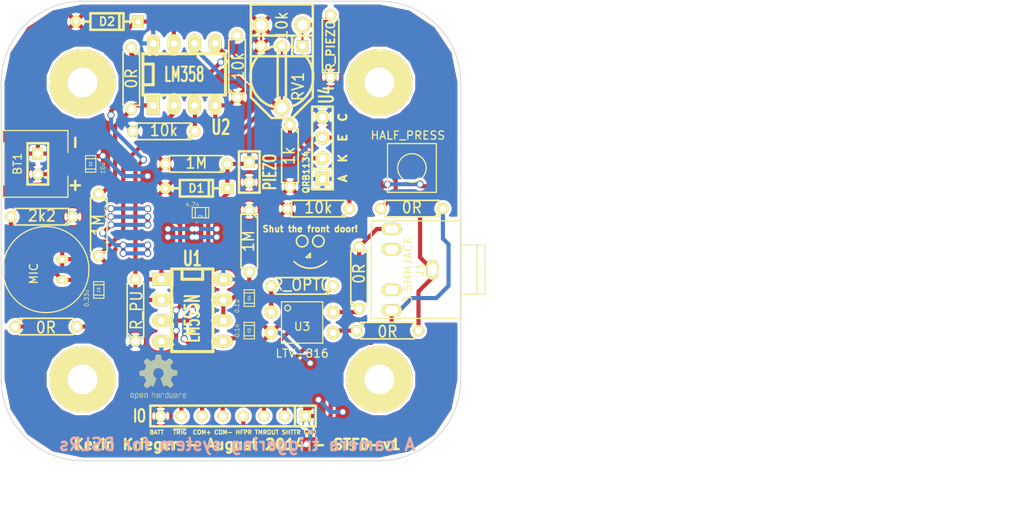
<source format=kicad_pcb>
(kicad_pcb (version 3) (host pcbnew "(2013-05-18 BZR 4017)-stable")
  (title_block (title STFD) (rev 1))
  (layers (15 F.Cu signal) (0 B.Cu signal) (18 B.Paste user) (19 F.Paste user) (20 B.SilkS user) (21 F.SilkS user) (22 B.Mask user) (23 F.Mask user) (28 Edge.Cuts user))
  (net 0 "")
  (net 1 +BATT)
  (net 2 /COMPARATOR+)
  (net 3 /COMPARATOR-)
  (net 4 /HALF_PRESS)
  (net 5 /SHUTTER_RELEASE)
  (net 6 /TIMER_OUT)
  (net 7 /~TRIGGER)
  (net 8 GND)
  (net 9 N-000001)
  (net 10 N-0000013)
  (net 11 N-0000014)
  (net 12 N-0000015)
  (net 13 N-0000016)
  (net 14 N-0000017)
  (net 15 N-0000019)
  (net 16 N-000002)
  (net 17 N-0000020)
  (net 18 N-0000021)
  (net 19 N-0000022)
  (net 20 N-000003)
  (net 21 N-000004)
  (net 22 N-000005)
  (module SIL-8 (layer F.Cu) (at 126.5 135.5 180)
    (fp_text reference P2 hide)
    (fp_text value IO (at 11.5 0 180) (layer F.SilkS) (effects (font (size 1.524 1.016) (thickness 0.254))))
    (pad 1 thru_hole rect (at -8.89 0 180) (size 1.397 1.397) (drill 0.8128) (layers *.Cu *.Mask F.SilkS) (net 8 GND))
    (pad 2 thru_hole circle (at -6.35 0 180) (size 1.397 1.397) (drill 0.8128) (layers *.Cu *.Mask F.SilkS) (net 5 /SHUTTER_RELEASE))
    (pad 3 thru_hole circle (at -3.81 0 180) (size 1.397 1.397) (drill 0.8128) (layers *.Cu *.Mask F.SilkS) (net 6 /TIMER_OUT))
    (pad 4 thru_hole circle (at -1.27 0 180) (size 1.397 1.397) (drill 0.8128) (layers *.Cu *.Mask F.SilkS) (net 4 /HALF_PRESS))
    (pad 5 thru_hole circle (at 1.27 0 180) (size 1.397 1.397) (drill 0.8128) (layers *.Cu *.Mask F.SilkS) (net 3 /COMPARATOR-))
    (pad 6 thru_hole circle (at 3.81 0 180) (size 1.397 1.397) (drill 0.8128) (layers *.Cu *.Mask F.SilkS) (net 2 /COMPARATOR+))
    (pad 7 thru_hole circle (at 6.35 0 180) (size 1.397 1.397) (drill 0.8128) (layers *.Cu *.Mask F.SilkS) (net 7 /~TRIGGER))
    (pad 8 thru_hole circle (at 8.89 0 180) (size 1.397 1.397) (drill 0.8128) (layers *.Cu *.Mask F.SilkS) (net 1 +BATT))
  )
  (module SIL-2 (layer F.Cu) (at 102.5 104.5 270)
    (fp_text reference P1 hide)
    (fp_text value BATT hide)
    (pad 1 thru_hole rect (at -1.27 0 270) (size 1.397 1.397) (drill 0.8128) (layers *.Cu *.Mask F.SilkS) (net 8 GND))
    (pad 2 thru_hole circle (at 1.27 0 270) (size 1.397 1.397) (drill 0.8128) (layers *.Cu *.Mask F.SilkS) (net 1 +BATT))
  )
  (module SIL-2 (layer F.Cu) (at 128.5 105.5 270)
    (fp_text reference X1 hide)
    (fp_text value PIEZO (at 0 -2.54 270) (layer F.SilkS) (effects (font (size 1.524 1.016) (thickness 0.254))))
    (pad 1 thru_hole rect (at -1.27 0 270) (size 1.397 1.397) (drill 0.8128) (layers *.Cu *.Mask F.SilkS) (net 3 /COMPARATOR-))
    (pad 2 thru_hole circle (at 1.27 0 270) (size 1.397 1.397) (drill 0.8128) (layers *.Cu *.Mask F.SilkS) (net 1 +BATT))
  )
  (module SCREW_6_32 (layer F.Cu) (at 108 131)
    (fp_text reference MP4 hide)
    (fp_text value SCREW-6-32 hide)
    (pad 1 thru_hole circle (at 0 0) (size 8.128 8.128) (drill 3.6576) (layers *.Cu *.Mask F.SilkS))
  )
  (module SCREW_6_32 (layer F.Cu) (at 144.5 131)
    (fp_text reference MP3 hide)
    (fp_text value SCREW-6-32 hide)
    (pad 1 thru_hole circle (at 0 0) (size 8.128 8.128) (drill 3.6576) (layers *.Cu *.Mask F.SilkS))
  )
  (module SCREW_6_32 (layer F.Cu) (at 108 94.5)
    (fp_text reference MP2 hide)
    (fp_text value SCREW-6-32 hide)
    (pad 1 thru_hole circle (at 0 0) (size 8.128 8.128) (drill 3.6576) (layers *.Cu *.Mask F.SilkS))
  )
  (module SCREW_6_32 (layer F.Cu) (at 144.5 94.5)
    (fp_text reference MP1 hide)
    (fp_text value SCREW-6-32 hide)
    (pad 1 thru_hole circle (at 0 0) (size 8.128 8.128) (drill 3.6576) (layers *.Cu *.Mask F.SilkS))
  )
  (module S2B-PH-SM4-TB (layer F.Cu) (at 105.5 104.5 90)
    (fp_text reference BT1 (at 0 -5.5 90) (layer F.SilkS))
    (fp_text value BATTERY hide)
    (pad 1 smd rect (at -1 0 90) (size 1 3.5) (layers F.Cu F.Paste F.Mask) (net 1 +BATT))
    (pad 2 smd rect (at 1 0 90) (size 1 3.5) (layers F.Cu F.Paste F.Mask) (net 8 GND))
    (pad "" smd rect (at -3.4 -5.55 90) (size 1.5 3.4) (layers F.Cu F.Paste F.Mask))
    (pad "" smd rect (at 3.4 -5.55 90) (size 1.5 3.4) (layers F.Cu F.Paste F.Mask))
  )
  (module RV2X4 (layer F.Cu) (at 132.5 92.5 270)
    (fp_text reference RV1 (at 2.5 -2 270) (layer F.SilkS) (effects (font (size 1.397 1.27) (thickness 0.2032))))
    (fp_text value 10k (at -5 0 270) (layer F.SilkS) (effects (font (size 1.397 1.27) (thickness 0.2032))))
    (pad 1 thru_hole circle (at -5.08 -2.54 270) (size 2.032 2.032) (drill 1.27) (layers *.Cu *.Mask F.SilkS) (net 14 N-0000017))
    (pad 2 thru_hole circle (at 5.08 0 270) (size 2.032 2.032) (drill 1.27) (layers *.Cu *.Mask F.SilkS) (net 2 /COMPARATOR+))
    (pad 3 thru_hole circle (at -5.08 2.54 270) (size 2.032 2.032) (drill 1.27) (layers *.Cu *.Mask F.SilkS) (net 8 GND))
  )
  (module R3 (layer F.Cu) (at 135 119.5 180)
    (fp_text reference R7 hide)
    (fp_text value R_OPTO (at 0 0.127 180) (layer F.SilkS) (effects (font (size 1.397 1.27) (thickness 0.2032))))
    (pad 1 thru_hole circle (at -3.81 0 180) (size 1.397 1.397) (drill 0.8128) (layers *.Cu *.Mask F.SilkS) (net 6 /TIMER_OUT))
    (pad 2 thru_hole circle (at 3.81 0 180) (size 1.397 1.397) (drill 0.8128) (layers *.Cu *.Mask F.SilkS) (net 22 N-000005))
  )
  (module R3 (layer F.Cu) (at 138.5 90 90)
    (fp_text reference R13 hide)
    (fp_text value R_PIEZO (at 0 0 90) (layer F.SilkS) (effects (font (size 1.016 1.016) (thickness 0.2032))))
    (pad 1 thru_hole circle (at -3.81 0 90) (size 1.397 1.397) (drill 0.8128) (layers *.Cu *.Mask F.SilkS) (net 1 +BATT))
    (pad 2 thru_hole circle (at 3.81 0 90) (size 1.397 1.397) (drill 0.8128) (layers *.Cu *.Mask F.SilkS) (net 14 N-0000017))
  )
  (module R3 (layer F.Cu) (at 148.5 110 180)
    (fp_text reference R12 hide)
    (fp_text value 0R (at 0 0.127 180) (layer F.SilkS) (effects (font (size 1.397 1.27) (thickness 0.2032))))
    (pad 1 thru_hole circle (at -3.81 0 180) (size 1.397 1.397) (drill 0.8128) (layers *.Cu *.Mask F.SilkS) (net 4 /HALF_PRESS))
    (pad 2 thru_hole circle (at 3.81 0 180) (size 1.397 1.397) (drill 0.8128) (layers *.Cu *.Mask F.SilkS) (net 15 N-0000019))
  )
  (module R3 (layer F.Cu) (at 142 118.5 90)
    (fp_text reference R10 hide)
    (fp_text value 0R (at 0.5 0 90) (layer F.SilkS) (effects (font (size 1.397 1.27) (thickness 0.2032))))
    (pad 1 thru_hole circle (at -3.81 0 90) (size 1.397 1.397) (drill 0.8128) (layers *.Cu *.Mask F.SilkS) (net 17 N-0000020))
    (pad 2 thru_hole circle (at 3.81 0 90) (size 1.397 1.397) (drill 0.8128) (layers *.Cu *.Mask F.SilkS) (net 5 /SHUTTER_RELEASE))
  )
  (module R3 (layer F.Cu) (at 145.5 125)
    (fp_text reference R11 hide)
    (fp_text value 0R (at 0 0.127) (layer F.SilkS) (effects (font (size 1.397 1.27) (thickness 0.2032))))
    (pad 1 thru_hole circle (at -3.81 0) (size 1.397 1.397) (drill 0.8128) (layers *.Cu *.Mask F.SilkS) (net 18 N-0000021))
    (pad 2 thru_hole circle (at 3.81 0) (size 1.397 1.397) (drill 0.8128) (layers *.Cu *.Mask F.SilkS) (net 19 N-0000022))
  )
  (module R3 (layer F.Cu) (at 122 104.5 180)
    (fp_text reference R14 hide)
    (fp_text value 1M (at 0 0.127 180) (layer F.SilkS) (effects (font (size 1.397 1.27) (thickness 0.2032))))
    (pad 1 thru_hole circle (at -3.81 0 180) (size 1.397 1.397) (drill 0.8128) (layers *.Cu *.Mask F.SilkS) (net 3 /COMPARATOR-))
    (pad 2 thru_hole circle (at 3.81 0 180) (size 1.397 1.397) (drill 0.8128) (layers *.Cu *.Mask F.SilkS) (net 8 GND))
  )
  (module R3 (layer F.Cu) (at 128.5 114 270)
    (fp_text reference R4 hide)
    (fp_text value 1M (at 0 0.127 270) (layer F.SilkS) (effects (font (size 1.397 1.27) (thickness 0.2032))))
    (pad 1 thru_hole circle (at -3.81 0 270) (size 1.397 1.397) (drill 0.8128) (layers *.Cu *.Mask F.SilkS) (net 1 +BATT))
    (pad 2 thru_hole circle (at 3.81 0 270) (size 1.397 1.397) (drill 0.8128) (layers *.Cu *.Mask F.SilkS) (net 20 N-000003))
  )
  (module R3 (layer F.Cu) (at 114.5 122.5 90)
    (fp_text reference R1 hide)
    (fp_text value R_PU (at 0 0.127 90) (layer F.SilkS) (effects (font (size 1.397 1.27) (thickness 0.2032))))
    (pad 1 thru_hole circle (at -3.81 0 90) (size 1.397 1.397) (drill 0.8128) (layers *.Cu *.Mask F.SilkS) (net 1 +BATT))
    (pad 2 thru_hole circle (at 3.81 0 90) (size 1.397 1.397) (drill 0.8128) (layers *.Cu *.Mask F.SilkS) (net 7 /~TRIGGER))
  )
  (module R3 (layer F.Cu) (at 114 94 270)
    (fp_text reference R9 hide)
    (fp_text value 0R (at 0 0 270) (layer F.SilkS) (effects (font (size 1.397 1.27) (thickness 0.2032))))
    (pad 1 thru_hole circle (at -3.81 0 270) (size 1.397 1.397) (drill 0.8128) (layers *.Cu *.Mask F.SilkS) (net 3 /COMPARATOR-))
    (pad 2 thru_hole circle (at 3.81 0 270) (size 1.397 1.397) (drill 0.8128) (layers *.Cu *.Mask F.SilkS) (net 16 N-000002))
  )
  (module R3 (layer F.Cu) (at 127 92.5 90)
    (fp_text reference R6 hide)
    (fp_text value 10k (at 0 0.127 90) (layer F.SilkS) (effects (font (size 1.397 1.27) (thickness 0.2032))))
    (pad 1 thru_hole circle (at -3.81 0 90) (size 1.397 1.397) (drill 0.8128) (layers *.Cu *.Mask F.SilkS) (net 8 GND))
    (pad 2 thru_hole circle (at 3.81 0 90) (size 1.397 1.397) (drill 0.8128) (layers *.Cu *.Mask F.SilkS) (net 9 N-000001))
  )
  (module R3 (layer F.Cu) (at 118 100.5 180)
    (fp_text reference R5 hide)
    (fp_text value 10k (at 0 0.127 180) (layer F.SilkS) (effects (font (size 1.397 1.27) (thickness 0.2032))))
    (pad 1 thru_hole circle (at -3.81 0 180) (size 1.397 1.397) (drill 0.8128) (layers *.Cu *.Mask F.SilkS) (net 9 N-000001))
    (pad 2 thru_hole circle (at 3.81 0 180) (size 1.397 1.397) (drill 0.8128) (layers *.Cu *.Mask F.SilkS) (net 1 +BATT))
  )
  (module R3 (layer F.Cu) (at 110 112 270)
    (fp_text reference R8 hide)
    (fp_text value 1M (at 0 0.127 270) (layer F.SilkS) (effects (font (size 1.397 1.27) (thickness 0.2032))))
    (pad 1 thru_hole circle (at -3.81 0 270) (size 1.397 1.397) (drill 0.8128) (layers *.Cu *.Mask F.SilkS) (net 16 N-000002))
    (pad 2 thru_hole circle (at 3.81 0 270) (size 1.397 1.397) (drill 0.8128) (layers *.Cu *.Mask F.SilkS) (net 10 N-0000013))
  )
  (module R3 (layer F.Cu) (at 103.5 124.5)
    (fp_text reference R3 hide)
    (fp_text value 0R (at 0 0.127) (layer F.SilkS) (effects (font (size 1.397 1.27) (thickness 0.2032))))
    (pad 1 thru_hole circle (at -3.81 0) (size 1.397 1.397) (drill 0.8128) (layers *.Cu *.Mask F.SilkS) (net 11 N-0000014))
    (pad 2 thru_hole circle (at 3.81 0) (size 1.397 1.397) (drill 0.8128) (layers *.Cu *.Mask F.SilkS) (net 10 N-0000013))
  )
  (module R3 (layer F.Cu) (at 133.5 103.5 270)
    (fp_text reference R15 hide)
    (fp_text value 1k (at 0 0.127 270) (layer F.SilkS) (effects (font (size 1.397 1.27) (thickness 0.2032))))
    (pad 1 thru_hole circle (at -3.81 0 270) (size 1.397 1.397) (drill 0.8128) (layers *.Cu *.Mask F.SilkS) (net 13 N-0000016))
    (pad 2 thru_hole circle (at 3.81 0 270) (size 1.397 1.397) (drill 0.8128) (layers *.Cu *.Mask F.SilkS) (net 8 GND))
  )
  (module R3 (layer F.Cu) (at 103 111 180)
    (fp_text reference R2 hide)
    (fp_text value 2k2 (at 0 0.127 180) (layer F.SilkS) (effects (font (size 1.397 1.27) (thickness 0.2032))))
    (pad 1 thru_hole circle (at -3.81 0 180) (size 1.397 1.397) (drill 0.8128) (layers *.Cu *.Mask F.SilkS) (net 1 +BATT))
    (pad 2 thru_hole circle (at 3.81 0 180) (size 1.397 1.397) (drill 0.8128) (layers *.Cu *.Mask F.SilkS) (net 12 N-0000015))
  )
  (module R3 (layer F.Cu) (at 137 110 180)
    (fp_text reference R16 hide)
    (fp_text value 10k (at 0 0.127 180) (layer F.SilkS) (effects (font (size 1.397 1.27) (thickness 0.2032))))
    (pad 1 thru_hole circle (at -3.81 0 180) (size 1.397 1.397) (drill 0.8128) (layers *.Cu *.Mask F.SilkS) (net 3 /COMPARATOR-))
    (pad 2 thru_hole circle (at 3.81 0 180) (size 1.397 1.397) (drill 0.8128) (layers *.Cu *.Mask F.SilkS) (net 8 GND))
  )
  (module HEADER-4x0.1inch (layer F.Cu) (at 137.5 100 90)
    (fp_text reference U4 (at 4 0.5 90) (layer F.SilkS) (effects (font (size 1.72974 1.08712) (thickness 0.3048))))
    (fp_text value QRB1134 (at -5.5 -2 90) (layer F.SilkS) (effects (font (size 0.762 0.762) (thickness 0.1905))))
    (pad 1 thru_hole rect (at -6.35 0 90) (size 1.7526 1.7526) (drill 0.889) (layers *.Cu *.Mask F.SilkS) (net 1 +BATT))
    (pad 2 thru_hole circle (at -3.81 0 90) (size 1.7526 1.7526) (drill 0.889) (layers *.Cu *.Mask F.SilkS) (net 13 N-0000016))
    (pad 3 thru_hole circle (at -1.27 0 90) (size 1.7526 1.7526) (drill 0.889) (layers *.Cu *.Mask F.SilkS) (net 3 /COMPARATOR-))
    (pad 4 thru_hole circle (at 1.27 0 90) (size 1.7526 1.7526) (drill 0.889) (layers *.Cu *.Mask F.SilkS) (net 1 +BATT))
  )
  (module FSM4JSMA_pushbutton (layer F.Cu) (at 148.5 105 270)
    (fp_text reference SW1 hide)
    (fp_text value HALF_PRESS (at -4 0.5 360) (layer F.SilkS))
    (pad 1 smd rect (at 2.25 -4.55 270) (size 1.4 2.1) (layers F.Cu F.Paste F.Mask) (net 19 N-0000022))
    (pad 1 smd rect (at 2.25 4.55 270) (size 1.4 2.1) (layers F.Cu F.Paste F.Mask) (net 19 N-0000022))
    (pad 2 smd rect (at -2.25 -4.55 270) (size 1.4 2.1) (layers F.Cu F.Paste F.Mask) (net 15 N-0000019))
    (pad 2 smd rect (at -2.25 4.55 270) (size 1.4 2.1) (layers F.Cu F.Paste F.Mask) (net 15 N-0000019))
  )
  (module DO-35 (layer F.Cu) (at 122 107.5)
    (fp_text reference D1 (at 0 0) (layer F.SilkS) (effects (font (size 1.016 1.016) (thickness 0.2032))))
    (fp_text value 4.7V hide)
    (pad 2 thru_hole rect (at 3.81 0) (size 1.4224 1.4224) (drill 0.6096) (layers *.Cu *.Mask F.SilkS) (net 3 /COMPARATOR-))
    (pad 1 thru_hole circle (at -3.81 0) (size 1.4224 1.4224) (drill 0.6096) (layers *.Cu *.Mask F.SilkS) (net 8 GND))
  )
  (module DO-35 (layer F.Cu) (at 111 87)
    (fp_text reference D2 (at 0 0) (layer F.SilkS) (effects (font (size 1.016 1.016) (thickness 0.2032))))
    (fp_text value 3.3V hide)
    (pad 2 thru_hole rect (at 3.81 0) (size 1.4224 1.4224) (drill 0.6096) (layers *.Cu *.Mask F.SilkS) (net 7 /~TRIGGER))
    (pad 1 thru_hole circle (at -3.81 0) (size 1.4224 1.4224) (drill 0.6096) (layers *.Cu *.Mask F.SilkS) (net 8 GND))
  )
  (module DIP_4 (layer F.Cu) (at 135 124)
    (fp_text reference U3 (at 0 0.5) (layer F.SilkS))
    (fp_text value LTV-816 (at 0 3.81) (layer F.SilkS))
    (pad 1 thru_hole circle (at -3.81 -1.27) (size 1.651 1.651) (drill 0.8128) (layers *.Cu *.Mask F.SilkS) (net 22 N-000005))
    (pad 2 thru_hole circle (at -3.81 1.27) (size 1.651 1.651) (drill 0.8128) (layers *.Cu *.Mask F.SilkS) (net 8 GND))
    (pad 3 thru_hole circle (at 3.81 1.27) (size 1.651 1.651) (drill 0.8128) (layers *.Cu *.Mask F.SilkS) (net 18 N-0000021))
    (pad 4 thru_hole circle (at 3.81 -1.27) (size 1.651 1.651) (drill 0.8128) (layers *.Cu *.Mask F.SilkS) (net 17 N-0000020))
  )
  (module DIP-8__300_ELL (layer F.Cu) (at 120.5 93.5)
    (fp_text reference U2 (at 4.5 6.5) (layer F.SilkS) (effects (font (size 1.778 1.143) (thickness 0.28575))))
    (fp_text value LM358 (at 0 0) (layer F.SilkS) (effects (font (size 1.778 1.016) (thickness 0.3048))))
    (pad 1 thru_hole rect (at -3.81 3.81) (size 1.5748 2.286) (drill 0.8128) (layers *.Cu *.Mask F.SilkS) (net 16 N-000002))
    (pad 2 thru_hole oval (at -1.27 3.81) (size 1.5748 2.286) (drill 0.8128) (layers *.Cu *.Mask F.SilkS) (net 10 N-0000013))
    (pad 3 thru_hole oval (at 1.27 3.81) (size 1.5748 2.286) (drill 0.8128) (layers *.Cu *.Mask F.SilkS) (net 9 N-000001))
    (pad 4 thru_hole oval (at 3.81 3.81) (size 1.5748 2.286) (drill 0.8128) (layers *.Cu *.Mask F.SilkS) (net 8 GND))
    (pad 5 thru_hole oval (at 3.81 -3.81) (size 1.5748 2.286) (drill 0.8128) (layers *.Cu *.Mask F.SilkS) (net 2 /COMPARATOR+))
    (pad 6 thru_hole oval (at 1.27 -3.81) (size 1.5748 2.286) (drill 0.8128) (layers *.Cu *.Mask F.SilkS) (net 3 /COMPARATOR-))
    (pad 7 thru_hole oval (at -1.27 -3.81) (size 1.5748 2.286) (drill 0.8128) (layers *.Cu *.Mask F.SilkS) (net 7 /~TRIGGER))
    (pad 8 thru_hole oval (at -3.81 -3.81) (size 1.5748 2.286) (drill 0.8128) (layers *.Cu *.Mask F.SilkS) (net 1 +BATT))
  )
  (module DIP-8__300_ELL (layer F.Cu) (at 121.5 122.5 270)
    (fp_text reference U1 (at -6.35 0 360) (layer F.SilkS) (effects (font (size 1.778 1.143) (thickness 0.3048))))
    (fp_text value LM555N (at 1 0 270) (layer F.SilkS) (effects (font (size 1.778 1.016) (thickness 0.3048))))
    (pad 1 thru_hole rect (at -3.81 3.81 270) (size 1.5748 2.286) (drill 0.8128) (layers *.Cu *.Mask F.SilkS) (net 8 GND))
    (pad 2 thru_hole oval (at -1.27 3.81 270) (size 1.5748 2.286) (drill 0.8128) (layers *.Cu *.Mask F.SilkS) (net 7 /~TRIGGER))
    (pad 3 thru_hole oval (at 1.27 3.81 270) (size 1.5748 2.286) (drill 0.8128) (layers *.Cu *.Mask F.SilkS) (net 6 /TIMER_OUT))
    (pad 4 thru_hole oval (at 3.81 3.81 270) (size 1.5748 2.286) (drill 0.8128) (layers *.Cu *.Mask F.SilkS) (net 1 +BATT))
    (pad 5 thru_hole oval (at 3.81 -3.81 270) (size 1.5748 2.286) (drill 0.8128) (layers *.Cu *.Mask F.SilkS) (net 21 N-000004))
    (pad 6 thru_hole oval (at 1.27 -3.81 270) (size 1.5748 2.286) (drill 0.8128) (layers *.Cu *.Mask F.SilkS) (net 20 N-000003))
    (pad 7 thru_hole oval (at -1.27 -3.81 270) (size 1.5748 2.286) (drill 0.8128) (layers *.Cu *.Mask F.SilkS) (net 20 N-000003))
    (pad 8 thru_hole oval (at -3.81 -3.81 270) (size 1.5748 2.286) (drill 0.8128) (layers *.Cu *.Mask F.SilkS) (net 1 +BATT))
  )
  (module CMA_4544PF_W (layer F.Cu) (at 105.5 117.5 90)
    (fp_text reference MIC1 hide)
    (fp_text value MIC (at -0.5 -3.5 90) (layer F.SilkS))
    (pad 1 thru_hole oval (at -1.27 0 90) (size 1 1.5) (drill 0.55) (layers *.Cu *.Mask F.SilkS) (net 12 N-0000015))
    (pad 2 thru_hole oval (at 1.27 0 90) (size 1 1.5) (drill 0.55) (layers *.Cu *.Mask F.SilkS) (net 8 GND))
  )
  (module c_0805 (layer F.Cu) (at 128.5 121 90)
    (fp_text reference C4 (at 0 0 90) (layer F.SilkS) (effects (font (size 0.29972 0.29972) (thickness 0.06096))))
    (fp_text value 0.1u (at -1 -1.5 90) (layer F.SilkS) (effects (font (size 0.508 0.508) (thickness 0.06096))))
    (pad 1 smd rect (at 0.9525 0 90) (size 1.30048 1.4986) (layers F.Cu F.Paste F.Mask) (net 20 N-000003))
    (pad 2 smd rect (at -0.9525 0 90) (size 1.30048 1.4986) (layers F.Cu F.Paste F.Mask) (net 8 GND))
  )
  (module c_0805 (layer F.Cu) (at 128.5 125 270)
    (fp_text reference C2 (at 0 0 270) (layer F.SilkS) (effects (font (size 0.29972 0.29972) (thickness 0.06096))))
    (fp_text value 0.1n (at 0 1.5 270) (layer F.SilkS) (effects (font (size 0.508 0.508) (thickness 0.06096))))
    (pad 1 smd rect (at 0.9525 0 270) (size 1.30048 1.4986) (layers F.Cu F.Paste F.Mask) (net 21 N-000004))
    (pad 2 smd rect (at -0.9525 0 270) (size 1.30048 1.4986) (layers F.Cu F.Paste F.Mask) (net 8 GND))
  )
  (module c_0805 (layer F.Cu) (at 122.5 110.5)
    (fp_text reference C5 (at 0 0.5) (layer F.SilkS) (effects (font (size 0.29972 0.29972) (thickness 0.06096))))
    (fp_text value 4.7n (at -1 -1) (layer F.SilkS) (effects (font (size 0.508 0.508) (thickness 0.06096))))
    (pad 1 smd rect (at 0.9525 0) (size 1.30048 1.4986) (layers F.Cu F.Paste F.Mask) (net 3 /COMPARATOR-))
    (pad 2 smd rect (at -0.9525 0) (size 1.30048 1.4986) (layers F.Cu F.Paste F.Mask) (net 8 GND))
  )
  (module c_0805 (layer F.Cu) (at 109 104.5 90)
    (fp_text reference C1 (at 0 0 90) (layer F.SilkS) (effects (font (size 0.29972 0.29972) (thickness 0.06096))))
    (fp_text value 10u (at -0.5 1.5 90) (layer F.SilkS) (effects (font (size 0.508 0.508) (thickness 0.06096))))
    (pad 1 smd rect (at 0.9525 0 90) (size 1.30048 1.4986) (layers F.Cu F.Paste F.Mask) (net 8 GND))
    (pad 2 smd rect (at -0.9525 0 90) (size 1.30048 1.4986) (layers F.Cu F.Paste F.Mask) (net 1 +BATT))
  )
  (module c_0805 (layer F.Cu) (at 110 120 90)
    (fp_text reference C3 (at 0 0 90) (layer F.SilkS) (effects (font (size 0.29972 0.29972) (thickness 0.06096))))
    (fp_text value 0.33u (at -1 -1.5 90) (layer F.SilkS) (effects (font (size 0.508 0.508) (thickness 0.06096))))
    (pad 1 smd rect (at 0.9525 0 90) (size 1.30048 1.4986) (layers F.Cu F.Paste F.Mask) (net 12 N-0000015))
    (pad 2 smd rect (at -0.9525 0 90) (size 1.30048 1.4986) (layers F.Cu F.Paste F.Mask) (net 11 N-0000014))
  )
  (module 3.5mmJack_Sparkfun (layer F.Cu) (at 149 117.5 270)
    (fp_text reference J1 (at 0 -0.5 270) (layer F.SilkS))
    (fp_text value 3.5MMJACK (at 0 1 270) (layer F.SilkS))
    (pad 1 thru_hole oval (at 0 -2 270) (size 2.5 1.5) (drill oval 1.6 1) (layers *.Cu *.Mask F.SilkS) (net 19 N-0000022))
    (pad 2 thru_hole oval (at 5 3 270) (size 1.5 2.5) (drill oval 1 1.6) (layers *.Cu *.Mask F.SilkS) (net 4 /HALF_PRESS))
    (pad 3 thru_hole oval (at 2.5 3 270) (size 1.5 2.5) (drill oval 1 1.6) (layers *.Cu *.Mask F.SilkS))
    (pad 4 thru_hole oval (at -2.5 3 270) (size 1.5 2.5) (drill oval 1 1.6) (layers *.Cu *.Mask F.SilkS))
    (pad 5 thru_hole oval (at -5 3 270) (size 1.5 2.5) (drill oval 1 1.6) (layers *.Cu *.Mask F.SilkS) (net 5 /SHUTTER_RELEASE))
    (pad "" np_thru_hole circle (at 5 -4.5 270) (size 1.2 1.2) (drill 1.2) (layers *.Cu *.Mask F.SilkS))
    (pad "" np_thru_hole circle (at 5 -2 270) (size 1.2 1.2) (drill 1.2) (layers *.Cu *.Mask F.SilkS))
    (pad "" np_thru_hole circle (at -5 -4.5 270) (size 1.2 1.2) (drill 1.2) (layers *.Cu *.Mask F.SilkS))
    (pad "" np_thru_hole circle (at -5 -2 270) (size 1.2 1.2) (drill 1.2) (layers *.Cu *.Mask F.SilkS))
    (pad 4 np_thru_hole circle (at 0 3 270) (size 1.2 1.2) (drill 1.2) (layers *.Cu *.Mask F.SilkS))
  )
  (module SIL-3 (layer F.Cu) (at 132.5 90 180)
    (fp_text reference K1 hide)
    (fp_text value CONN_3 hide)
    (pad 1 thru_hole rect (at -2.54 0 180) (size 1.397 1.397) (drill 0.8128) (layers *.Cu *.Mask F.SilkS) (net 14 N-0000017))
    (pad 2 thru_hole circle (at 0 0 180) (size 1.397 1.397) (drill 0.8128) (layers *.Cu *.Mask F.SilkS) (net 2 /COMPARATOR+))
    (pad 3 thru_hole circle (at 2.54 0 180) (size 1.397 1.397) (drill 0.8128) (layers *.Cu *.Mask F.SilkS) (net 8 GND))
  )
  (module OSHWLOGO0.3IN (layer F.Cu) (at 113.5 127)
    (fp_text reference G*** hide)
    (fp_text value LOGO hide)
  )
  (gr_text "A camera triggering system for DSLRs" (at 127 139) (layer B.SilkS) (effects (font (size 1.5 1.5) (thickness 0.3)) (justify mirror)))
  (gr_line (start 136 116) (end 135.5 116) (angle 90) (layer F.SilkS) (width 0.2))
  (gr_line (start 136 115.5) (end 136 116) (angle 90) (layer F.SilkS) (width 0.2))
  (gr_line (start 135.5 116) (end 136 115.5) (angle 90) (layer F.SilkS) (width 0.2))
  (gr_circle (center 137 114) (end 137.5 114.5) (layer F.SilkS) (width 0.2))
  (gr_circle (center 135 114) (end 135.5 114.5) (layer F.SilkS) (width 0.2))
  (gr_arc (start 136 114.5) (end 138 116.5) (angle 90) (layer F.SilkS) (width 0.2))
  (gr_text "Shut the front door!" (at 136 112.5) (layer F.SilkS) (effects (font (size 0.762 0.762) (thickness 0.1905))))
  (gr_text "Kevin Krieger - August 2014 - STFD-v1" (at 127 139) (layer F.SilkS) (effects (font (size 1.27 1.27) (thickness 0.3))))
  (gr_text "+   -" (at 107 104.5 90) (layer F.SilkS) (effects (font (size 1.5 1.5) (thickness 0.3))))
  (gr_text "A  K  E  C" (at 140 102.5 90) (layer F.SilkS) (effects (font (size 1.016 1.016) (thickness 0.254))))
  (gr_text "BATT   ~TRIG~  COM+ COM- HFPR TMROUT SHTTR GND" (at 126.5 137.5) (layer F.SilkS) (effects (font (size 0.508 0.508) (thickness 0.127))))
  (gr_line (start 145 141) (end 108 141) (angle 90) (layer Edge.Cuts) (width 0.1))
  (gr_line (start 154.5 94.5) (end 154.5 131.5) (angle 90) (layer Edge.Cuts) (width 0.1))
  (gr_line (start 107.5 84.5) (end 144.5 84.5) (angle 90) (layer Edge.Cuts) (width 0.1))
  (gr_line (start 98 131.5) (end 98 94.5) (angle 90) (layer Edge.Cuts) (width 0.1))
  (gr_arc (start 108 131) (end 108 141) (angle 90) (layer Edge.Cuts) (width 0.1))
  (gr_arc (start 144.5 131) (end 154.5 131) (angle 90) (layer Edge.Cuts) (width 0.1))
  (gr_arc (start 144.5 94.5) (end 144.5 84.5) (angle 90) (layer Edge.Cuts) (width 0.1))
  (gr_arc (start 108 94.5) (end 98 94.5) (angle 90) (layer Edge.Cuts) (width 0.1))
  (segment (start 111 111) (end 111.5 111) (width 0.508) (layer F.Cu) (net 0))
  (segment (start 112 114.5) (end 113 114.5) (width 0.508) (layer B.Cu) (net 0))
  (segment (start 110.5 113) (end 112 114.5) (width 0.508) (layer B.Cu) (net 0))
  (via (at 110.5 113) (size 0.889) (layers F.Cu B.Cu) (net 0))
  (segment (start 111.5 112) (end 110.5 113) (width 0.508) (layer F.Cu) (net 0))
  (via (at 111.5 112) (size 0.889) (layers F.Cu B.Cu) (net 0))
  (segment (start 116 112) (end 111.5 112) (width 0.508) (layer B.Cu) (net 0))
  (via (at 116 112) (size 0.889) (layers F.Cu B.Cu) (net 0))
  (segment (start 116 111) (end 116 112) (width 0.508) (layer F.Cu) (net 0))
  (via (at 116 111) (size 0.889) (layers F.Cu B.Cu) (net 0))
  (segment (start 111.5 111) (end 116 111) (width 0.508) (layer B.Cu) (net 0))
  (via (at 111.5 111) (size 0.889) (layers F.Cu B.Cu) (net 0))
  (via (at 113 114.5) (size 0.889) (layers F.Cu B.Cu) (net 0))
  (segment (start 113 114.5) (end 113 115.5) (width 0.508) (layer F.Cu) (net 0))
  (via (at 113 115.5) (size 0.889) (layers F.Cu B.Cu) (net 0))
  (segment (start 113 115.5) (end 116 115.5) (width 0.508) (layer B.Cu) (net 0))
  (via (at 116 115.5) (size 0.889) (layers F.Cu B.Cu) (net 0))
  (segment (start 116 115.5) (end 116 114.5) (width 0.508) (layer F.Cu) (net 0))
  (via (at 116 114.5) (size 0.889) (layers F.Cu B.Cu) (net 0))
  (segment (start 116 114.5) (end 113 114.5) (width 0.508) (layer B.Cu) (net 0))
  (segment (start 111 110) (end 111.5 110) (width 0.508) (layer F.Cu) (net 0))
  (via (at 116 110) (size 0.889) (layers F.Cu B.Cu) (net 0))
  (segment (start 111.5 110) (end 116 110) (width 0.508) (layer B.Cu) (net 0))
  (via (at 111.5 110) (size 0.889) (layers F.Cu B.Cu) (net 0))
  (segment (start 105.5 105.5) (end 108.9525 105.5) (width 0.508) (layer F.Cu) (net 1))
  (segment (start 108.9525 105.5) (end 109 105.4525) (width 0.508) (layer F.Cu) (net 1))
  (segment (start 102.5 105.77) (end 105.23 105.77) (width 0.508) (layer F.Cu) (net 1))
  (segment (start 105.23 105.77) (end 105.5 105.5) (width 0.508) (layer F.Cu) (net 1))
  (segment (start 132.5 90) (end 132.5 97.58) (width 0.254) (layer F.Cu) (net 2))
  (segment (start 122.69 135.5) (end 122.69 129.69) (width 0.508) (layer F.Cu) (net 2))
  (segment (start 130.42 97.58) (end 132.5 97.58) (width 0.508) (layer F.Cu) (net 2))
  (segment (start 124.5 103.5) (end 130.42 97.58) (width 0.508) (layer F.Cu) (net 2))
  (segment (start 124.5 104.5) (end 124.5 103.5) (width 0.508) (layer F.Cu) (net 2))
  (segment (start 119.5 109.5) (end 124.5 104.5) (width 0.508) (layer F.Cu) (net 2))
  (segment (start 119.5 111.5) (end 119.5 109.5) (width 0.508) (layer F.Cu) (net 2))
  (segment (start 120 112) (end 119.5 111.5) (width 0.508) (layer F.Cu) (net 2))
  (segment (start 120 122) (end 120 112) (width 0.508) (layer F.Cu) (net 2))
  (segment (start 119.5 122.5) (end 120 122) (width 0.508) (layer F.Cu) (net 2))
  (via (at 119.5 122.5) (size 0.889) (layers F.Cu B.Cu) (net 2))
  (segment (start 119.5 125) (end 119.5 122.5) (width 0.508) (layer B.Cu) (net 2))
  (via (at 119.5 125) (size 0.889) (layers F.Cu B.Cu) (net 2))
  (segment (start 119.5 126.5) (end 119.5 125) (width 0.508) (layer F.Cu) (net 2))
  (segment (start 122.69 129.69) (end 119.5 126.5) (width 0.508) (layer F.Cu) (net 2))
  (segment (start 124.31 89.69) (end 124.31 89.81) (width 0.508) (layer F.Cu) (net 2))
  (segment (start 132.08 97.58) (end 132.5 97.58) (width 0.508) (layer F.Cu) (net 2))
  (segment (start 124.31 89.81) (end 132.08 97.58) (width 0.508) (layer F.Cu) (net 2))
  (segment (start 125.81 107.5) (end 125.81 104.5) (width 0.508) (layer F.Cu) (net 3))
  (segment (start 123.4525 110.5) (end 123.4525 114.5475) (width 0.508) (layer F.Cu) (net 3))
  (segment (start 125.23 130.73) (end 125.23 135.5) (width 0.508) (layer F.Cu) (net 3))
  (segment (start 120.5 126) (end 125.23 130.73) (width 0.508) (layer F.Cu) (net 3))
  (via (at 120.5 126) (size 0.889) (layers F.Cu B.Cu) (net 3))
  (segment (start 120.5 123.5) (end 120.5 126) (width 0.508) (layer B.Cu) (net 3))
  (segment (start 121.5 122.5) (end 120.5 123.5) (width 0.508) (layer B.Cu) (net 3))
  (via (at 121.5 122.5) (size 0.889) (layers F.Cu B.Cu) (net 3))
  (segment (start 121.5 116.5) (end 121.5 122.5) (width 0.508) (layer F.Cu) (net 3))
  (segment (start 123.4525 114.5475) (end 121.5 116.5) (width 0.508) (layer F.Cu) (net 3))
  (segment (start 128.5 104.23) (end 133.77 104.23) (width 0.508) (layer B.Cu) (net 3))
  (segment (start 136.73 101.27) (end 137.5 101.27) (width 0.508) (layer B.Cu) (net 3))
  (segment (start 133.77 104.23) (end 136.73 101.27) (width 0.508) (layer B.Cu) (net 3))
  (segment (start 121.77 89.69) (end 121.77 90.27) (width 0.508) (layer B.Cu) (net 3))
  (segment (start 128.5 95.5) (end 128.5 104.23) (width 0.508) (layer B.Cu) (net 3))
  (segment (start 127 94) (end 128.5 95.5) (width 0.508) (layer B.Cu) (net 3))
  (segment (start 125.5 94) (end 127 94) (width 0.508) (layer B.Cu) (net 3))
  (segment (start 121.77 90.27) (end 125.5 94) (width 0.508) (layer B.Cu) (net 3))
  (segment (start 137.5 101.27) (end 138.77 101.27) (width 0.508) (layer F.Cu) (net 3))
  (segment (start 138.77 101.27) (end 140.81 103.31) (width 0.508) (layer F.Cu) (net 3))
  (segment (start 140.81 103.31) (end 140.81 110) (width 0.508) (layer F.Cu) (net 3))
  (segment (start 125.81 107.5) (end 125.81 108.1425) (width 0.508) (layer F.Cu) (net 3))
  (segment (start 125.81 108.1425) (end 123.4525 110.5) (width 0.508) (layer F.Cu) (net 3))
  (segment (start 125.81 104.5) (end 128.23 104.5) (width 0.508) (layer F.Cu) (net 3))
  (segment (start 128.23 104.5) (end 128.5 104.23) (width 0.508) (layer F.Cu) (net 3))
  (segment (start 121.77 89.69) (end 121.77 91.23) (width 0.508) (layer F.Cu) (net 3))
  (segment (start 114 91) (end 114 90.19) (width 0.508) (layer F.Cu) (net 3))
  (segment (start 114.5 91.5) (end 114 91) (width 0.508) (layer F.Cu) (net 3))
  (segment (start 121.5 91.5) (end 114.5 91.5) (width 0.508) (layer F.Cu) (net 3))
  (segment (start 121.77 91.23) (end 121.5 91.5) (width 0.508) (layer F.Cu) (net 3))
  (segment (start 127.77 135.5) (end 127.77 136.77) (width 0.508) (layer F.Cu) (net 4))
  (segment (start 146 124) (end 146 122.5) (width 0.508) (layer F.Cu) (net 4))
  (segment (start 143.5 126.5) (end 146 124) (width 0.508) (layer F.Cu) (net 4))
  (segment (start 140.5 126.5) (end 143.5 126.5) (width 0.508) (layer F.Cu) (net 4))
  (segment (start 138.5 128.5) (end 140.5 126.5) (width 0.508) (layer F.Cu) (net 4))
  (segment (start 138.5 135.5) (end 138.5 128.5) (width 0.508) (layer F.Cu) (net 4))
  (segment (start 136.5 137.5) (end 138.5 135.5) (width 0.508) (layer F.Cu) (net 4))
  (segment (start 128.5 137.5) (end 136.5 137.5) (width 0.508) (layer F.Cu) (net 4))
  (segment (start 127.77 136.77) (end 128.5 137.5) (width 0.508) (layer F.Cu) (net 4))
  (segment (start 152.31 110) (end 152.31 113.69) (width 0.508) (layer B.Cu) (net 4))
  (segment (start 147 122.5) (end 146 122.5) (width 0.508) (layer B.Cu) (net 4))
  (segment (start 148.5 121) (end 147 122.5) (width 0.508) (layer B.Cu) (net 4))
  (segment (start 151.5 121) (end 148.5 121) (width 0.508) (layer B.Cu) (net 4))
  (segment (start 153 119.5) (end 151.5 121) (width 0.508) (layer B.Cu) (net 4))
  (segment (start 153 114.38) (end 153 119.5) (width 0.508) (layer B.Cu) (net 4))
  (segment (start 152.31 113.69) (end 153 114.38) (width 0.508) (layer B.Cu) (net 4))
  (segment (start 132.85 135.5) (end 132.85 129.65) (width 0.508) (layer F.Cu) (net 5))
  (segment (start 142 120.5) (end 142 114.69) (width 0.508) (layer F.Cu) (net 5))
  (segment (start 141 120.5) (end 142 120.5) (width 0.508) (layer F.Cu) (net 5))
  (segment (start 140 120.5) (end 141 120.5) (width 0.508) (layer F.Cu) (net 5))
  (segment (start 139.5 121) (end 140 120.5) (width 0.508) (layer F.Cu) (net 5))
  (segment (start 138.5 121) (end 139.5 121) (width 0.508) (layer F.Cu) (net 5))
  (segment (start 137 122.5) (end 138.5 121) (width 0.508) (layer F.Cu) (net 5))
  (segment (start 137 125.5) (end 137 122.5) (width 0.508) (layer F.Cu) (net 5))
  (segment (start 132.85 129.65) (end 137 125.5) (width 0.508) (layer F.Cu) (net 5))
  (segment (start 146 112.5) (end 144.19 112.5) (width 0.508) (layer F.Cu) (net 5))
  (segment (start 144.19 112.5) (end 142 114.69) (width 0.508) (layer F.Cu) (net 5))
  (segment (start 130.31 135.5) (end 130.31 130.31) (width 0.508) (layer F.Cu) (net 6))
  (segment (start 130.31 130.31) (end 128.5 128.5) (width 0.508) (layer F.Cu) (net 6))
  (segment (start 117.69 123.77) (end 121.27 123.77) (width 0.508) (layer F.Cu) (net 6))
  (segment (start 136.5 121.81) (end 138.81 119.5) (width 0.508) (layer F.Cu) (net 6))
  (segment (start 135 123.5) (end 136.5 121.81) (width 0.508) (layer F.Cu) (net 6))
  (segment (start 130 128.5) (end 135 123.5) (width 0.508) (layer F.Cu) (net 6))
  (segment (start 124.5 128.5) (end 128.5 128.5) (width 0.508) (layer F.Cu) (net 6))
  (segment (start 128.5 128.5) (end 130 128.5) (width 0.508) (layer F.Cu) (net 6))
  (segment (start 122.5 126.5) (end 124.5 128.5) (width 0.508) (layer F.Cu) (net 6))
  (segment (start 122.5 125) (end 122.5 126.5) (width 0.508) (layer F.Cu) (net 6))
  (segment (start 121.27 123.77) (end 122.5 125) (width 0.508) (layer F.Cu) (net 6))
  (segment (start 120.15 135.5) (end 120.15 132.15) (width 0.508) (layer F.Cu) (net 7))
  (segment (start 113 123.96) (end 115.73 121.23) (width 0.508) (layer F.Cu) (net 7))
  (segment (start 113 127.5) (end 113 123.96) (width 0.508) (layer F.Cu) (net 7))
  (segment (start 113.5 128) (end 113 127.5) (width 0.508) (layer F.Cu) (net 7))
  (segment (start 116 128) (end 113.5 128) (width 0.508) (layer F.Cu) (net 7))
  (segment (start 120.15 132.15) (end 116 128) (width 0.508) (layer F.Cu) (net 7))
  (segment (start 114.81 87) (end 114.5 87) (width 0.508) (layer F.Cu) (net 7))
  (segment (start 114.5 105) (end 114.5 118.69) (width 0.508) (layer F.Cu) (net 7))
  (segment (start 115.5 104) (end 114.5 105) (width 0.508) (layer F.Cu) (net 7))
  (via (at 115.5 104) (size 0.889) (layers F.Cu B.Cu) (net 7))
  (segment (start 111.5 100) (end 115.5 104) (width 0.508) (layer B.Cu) (net 7))
  (segment (start 111.5 98.5) (end 111.5 100) (width 0.508) (layer B.Cu) (net 7))
  (via (at 111.5 98.5) (size 0.889) (layers F.Cu B.Cu) (net 7))
  (segment (start 111.5 98) (end 111.5 98.5) (width 0.508) (layer F.Cu) (net 7))
  (segment (start 114 95.5) (end 111.5 98) (width 0.508) (layer F.Cu) (net 7))
  (segment (start 114 93.5) (end 114 95.5) (width 0.508) (layer F.Cu) (net 7))
  (segment (start 112 91.5) (end 114 93.5) (width 0.508) (layer F.Cu) (net 7))
  (segment (start 112 89.5) (end 112 91.5) (width 0.508) (layer F.Cu) (net 7))
  (segment (start 114.5 87) (end 112 89.5) (width 0.508) (layer F.Cu) (net 7))
  (segment (start 114.5 118.69) (end 114.5 120) (width 0.508) (layer F.Cu) (net 7))
  (segment (start 114.5 120) (end 115.73 121.23) (width 0.508) (layer F.Cu) (net 7))
  (segment (start 115.73 121.23) (end 117.69 121.23) (width 0.508) (layer F.Cu) (net 7))
  (segment (start 114.81 87) (end 118.5 87) (width 0.508) (layer F.Cu) (net 7))
  (segment (start 119.23 87.73) (end 119.23 89.69) (width 0.508) (layer F.Cu) (net 7))
  (segment (start 118.5 87) (end 119.23 87.73) (width 0.508) (layer F.Cu) (net 7))
  (segment (start 129.96 90) (end 129.96 87.42) (width 0.254) (layer F.Cu) (net 8))
  (segment (start 109 103.5475) (end 110.4525 103.5475) (width 0.508) (layer F.Cu) (net 8))
  (segment (start 116 106) (end 116.5 105.5) (width 0.508) (layer F.Cu) (net 8))
  (via (at 116 106) (size 0.889) (layers F.Cu B.Cu) (net 8))
  (segment (start 113 106) (end 116 106) (width 0.508) (layer B.Cu) (net 8))
  (segment (start 110.5 103.5) (end 113 106) (width 0.508) (layer B.Cu) (net 8))
  (via (at 110.5 103.5) (size 0.889) (layers F.Cu B.Cu) (net 8))
  (segment (start 110.4525 103.5475) (end 110.5 103.5) (width 0.508) (layer F.Cu) (net 8))
  (segment (start 135.39 135.5) (end 135.39 136.39) (width 0.508) (layer F.Cu) (net 8))
  (via (at 135.5 139) (size 0.889) (layers F.Cu B.Cu) (net 8))
  (segment (start 136 138.5) (end 135.5 139) (width 0.508) (layer B.Cu) (net 8))
  (segment (start 136 137) (end 136 138.5) (width 0.508) (layer B.Cu) (net 8))
  (segment (start 135.5 136.5) (end 136 137) (width 0.508) (layer B.Cu) (net 8))
  (via (at 135.5 136.5) (size 0.889) (layers F.Cu B.Cu) (net 8))
  (segment (start 135.39 136.39) (end 135.5 136.5) (width 0.508) (layer F.Cu) (net 8))
  (segment (start 135.39 135.5) (end 135.39 129.61) (width 0.508) (layer F.Cu) (net 8))
  (segment (start 132.27 125.27) (end 131.19 125.27) (width 0.508) (layer B.Cu) (net 8))
  (segment (start 136 129) (end 132.27 125.27) (width 0.508) (layer B.Cu) (net 8))
  (via (at 136 129) (size 0.889) (layers F.Cu B.Cu) (net 8))
  (segment (start 135.39 129.61) (end 136 129) (width 0.508) (layer F.Cu) (net 8))
  (segment (start 121.5 112.5) (end 122 112.5) (width 0.508) (layer F.Cu) (net 8))
  (via (at 124.5 112.5) (size 0.889) (layers F.Cu B.Cu) (net 8))
  (segment (start 122 112.5) (end 124.5 112.5) (width 0.508) (layer B.Cu) (net 8))
  (via (at 122 112.5) (size 0.889) (layers F.Cu B.Cu) (net 8))
  (segment (start 121.5 113.5) (end 122 113.5) (width 0.508) (layer F.Cu) (net 8))
  (via (at 124.5 113.5) (size 0.889) (layers F.Cu B.Cu) (net 8))
  (segment (start 122 113.5) (end 124.5 113.5) (width 0.508) (layer B.Cu) (net 8))
  (via (at 122 113.5) (size 0.889) (layers F.Cu B.Cu) (net 8))
  (segment (start 121.5 112.5) (end 121.5 113.5) (width 0.508) (layer F.Cu) (net 8))
  (via (at 118.5 113.5) (size 0.889) (layers F.Cu B.Cu) (net 8))
  (segment (start 121.5 113.5) (end 118.5 113.5) (width 0.508) (layer B.Cu) (net 8))
  (via (at 121.5 113.5) (size 0.889) (layers F.Cu B.Cu) (net 8))
  (segment (start 121.5475 110.5) (end 121.5475 112.4525) (width 0.508) (layer F.Cu) (net 8))
  (via (at 118.5 112.5) (size 0.889) (layers F.Cu B.Cu) (net 8))
  (segment (start 121.5 112.5) (end 118.5 112.5) (width 0.508) (layer B.Cu) (net 8))
  (via (at 121.5 112.5) (size 0.889) (layers F.Cu B.Cu) (net 8))
  (segment (start 121.5475 112.4525) (end 121.5 112.5) (width 0.508) (layer F.Cu) (net 8))
  (segment (start 135.39 135.5) (end 135.39 135.11) (width 0.508) (layer F.Cu) (net 8))
  (segment (start 140 135) (end 140 135.5) (width 0.508) (layer F.Cu) (net 8))
  (via (at 140 135) (size 0.889) (layers F.Cu B.Cu) (net 8))
  (segment (start 138.5 135) (end 140 135) (width 0.508) (layer B.Cu) (net 8))
  (segment (start 137 133.5) (end 138.5 135) (width 0.508) (layer B.Cu) (net 8))
  (via (at 137 133.5) (size 0.889) (layers F.Cu B.Cu) (net 8))
  (segment (start 135.39 135.11) (end 137 133.5) (width 0.508) (layer F.Cu) (net 8))
  (segment (start 105.5 103.5) (end 108.9525 103.5) (width 0.508) (layer F.Cu) (net 8))
  (segment (start 108.9525 103.5) (end 109 103.5475) (width 0.508) (layer F.Cu) (net 8))
  (segment (start 102.5 103.23) (end 105.23 103.23) (width 0.508) (layer F.Cu) (net 8))
  (segment (start 105.23 103.23) (end 105.5 103.5) (width 0.508) (layer F.Cu) (net 8))
  (segment (start 121.77 97.31) (end 121.77 95.23) (width 0.508) (layer F.Cu) (net 9))
  (segment (start 126.5 89.19) (end 127 88.69) (width 0.508) (layer B.Cu) (net 9))
  (segment (start 126.5 90.5) (end 126.5 89.19) (width 0.508) (layer B.Cu) (net 9))
  (segment (start 125 92) (end 126.5 90.5) (width 0.508) (layer B.Cu) (net 9))
  (via (at 125 92) (size 0.889) (layers F.Cu B.Cu) (net 9))
  (segment (start 121.77 95.23) (end 125 92) (width 0.508) (layer F.Cu) (net 9))
  (segment (start 121.81 100.5) (end 121.81 97.35) (width 0.508) (layer F.Cu) (net 9))
  (segment (start 121.81 97.35) (end 121.77 97.31) (width 0.508) (layer F.Cu) (net 9))
  (segment (start 107.31 124.5) (end 109.5 124.5) (width 0.508) (layer F.Cu) (net 10))
  (segment (start 111.5 117.31) (end 110 115.81) (width 0.508) (layer F.Cu) (net 10))
  (segment (start 111.5 122.5) (end 111.5 117.31) (width 0.508) (layer F.Cu) (net 10))
  (segment (start 109.5 124.5) (end 111.5 122.5) (width 0.508) (layer F.Cu) (net 10))
  (segment (start 119.23 97.31) (end 119.23 98.27) (width 0.508) (layer F.Cu) (net 10))
  (segment (start 113 112.81) (end 110 115.81) (width 0.508) (layer F.Cu) (net 10))
  (segment (start 113 104.5) (end 113 112.81) (width 0.508) (layer F.Cu) (net 10))
  (segment (start 119.23 98.27) (end 113 104.5) (width 0.508) (layer F.Cu) (net 10))
  (segment (start 99.69 124.5) (end 104.5 124.5) (width 0.508) (layer F.Cu) (net 11))
  (segment (start 108.0475 120.9525) (end 110 120.9525) (width 0.508) (layer F.Cu) (net 11))
  (segment (start 104.5 124.5) (end 108.0475 120.9525) (width 0.508) (layer F.Cu) (net 11))
  (segment (start 99.19 111) (end 99.19 112.46) (width 0.508) (layer F.Cu) (net 12))
  (segment (start 99.19 112.46) (end 105.5 118.77) (width 0.508) (layer F.Cu) (net 12))
  (segment (start 105.5 118.77) (end 109.7225 118.77) (width 0.508) (layer F.Cu) (net 12))
  (segment (start 109.7225 118.77) (end 110 119.0475) (width 0.508) (layer F.Cu) (net 12))
  (segment (start 133.5 99.69) (end 133.5 101) (width 0.508) (layer F.Cu) (net 13))
  (segment (start 136.31 103.81) (end 137.5 103.81) (width 0.508) (layer F.Cu) (net 13))
  (segment (start 133.5 101) (end 136.31 103.81) (width 0.508) (layer F.Cu) (net 13))
  (segment (start 135.04 90) (end 135.04 87.42) (width 0.254) (layer F.Cu) (net 14))
  (segment (start 135.04 87.42) (end 137.27 87.42) (width 0.508) (layer F.Cu) (net 14))
  (segment (start 137.27 87.42) (end 138.5 86.19) (width 0.508) (layer F.Cu) (net 14))
  (segment (start 153.05 102.75) (end 143.95 102.75) (width 0.508) (layer F.Cu) (net 15))
  (segment (start 143.95 102.75) (end 143.95 103.95) (width 0.508) (layer F.Cu) (net 15))
  (segment (start 146.5 108.19) (end 144.69 110) (width 0.508) (layer F.Cu) (net 15))
  (segment (start 146.5 106.5) (end 146.5 108.19) (width 0.508) (layer F.Cu) (net 15))
  (segment (start 143.95 103.95) (end 146.5 106.5) (width 0.508) (layer F.Cu) (net 15))
  (segment (start 110 108.19) (end 110.31 108.19) (width 0.508) (layer F.Cu) (net 16))
  (segment (start 112 99.81) (end 114 97.81) (width 0.508) (layer F.Cu) (net 16))
  (segment (start 112 106.5) (end 112 99.81) (width 0.508) (layer F.Cu) (net 16))
  (segment (start 110.31 108.19) (end 112 106.5) (width 0.508) (layer F.Cu) (net 16))
  (segment (start 116.69 97.31) (end 114.5 97.31) (width 0.508) (layer F.Cu) (net 16))
  (segment (start 114.5 97.31) (end 114 97.81) (width 0.508) (layer F.Cu) (net 16))
  (segment (start 138.81 122.73) (end 141.58 122.73) (width 0.508) (layer F.Cu) (net 17))
  (segment (start 141.58 122.73) (end 142 122.31) (width 0.508) (layer F.Cu) (net 17))
  (segment (start 141.69 125) (end 139.08 125) (width 0.508) (layer F.Cu) (net 18))
  (segment (start 139.08 125) (end 138.81 125.27) (width 0.508) (layer F.Cu) (net 18))
  (segment (start 143.95 107.25) (end 145.25 107.25) (width 0.508) (layer F.Cu) (net 19))
  (segment (start 149.75 107.25) (end 153.05 107.25) (width 0.508) (layer F.Cu) (net 19))
  (segment (start 149.5 107) (end 149.75 107.25) (width 0.508) (layer F.Cu) (net 19))
  (via (at 149.5 107) (size 0.889) (layers F.Cu B.Cu) (net 19))
  (segment (start 145.5 107) (end 149.5 107) (width 0.508) (layer B.Cu) (net 19))
  (via (at 145.5 107) (size 0.889) (layers F.Cu B.Cu) (net 19))
  (segment (start 145.25 107.25) (end 145.5 107) (width 0.508) (layer F.Cu) (net 19))
  (segment (start 151 117.5) (end 151 118.5) (width 0.508) (layer F.Cu) (net 19))
  (segment (start 149.31 120.19) (end 149.31 125) (width 0.508) (layer F.Cu) (net 19))
  (segment (start 151 118.5) (end 149.31 120.19) (width 0.508) (layer F.Cu) (net 19))
  (segment (start 153.05 107.25) (end 151.25 107.25) (width 0.508) (layer F.Cu) (net 19))
  (segment (start 149.5 116) (end 151 117.5) (width 0.508) (layer F.Cu) (net 19))
  (segment (start 149.5 109) (end 149.5 116) (width 0.508) (layer F.Cu) (net 19))
  (segment (start 151.25 107.25) (end 149.5 109) (width 0.508) (layer F.Cu) (net 19))
  (segment (start 128.5 120.0475) (end 128.5 117.81) (width 0.508) (layer F.Cu) (net 20))
  (segment (start 125.31 121.23) (end 126.27 121.23) (width 0.508) (layer F.Cu) (net 20))
  (segment (start 127.4525 120.0475) (end 128.5 120.0475) (width 0.508) (layer F.Cu) (net 20))
  (segment (start 126.27 121.23) (end 127.4525 120.0475) (width 0.508) (layer F.Cu) (net 20))
  (segment (start 125.31 123.77) (end 125.31 121.23) (width 0.508) (layer F.Cu) (net 20))
  (segment (start 128.5 125.9525) (end 125.6675 125.9525) (width 0.508) (layer F.Cu) (net 21))
  (segment (start 125.6675 125.9525) (end 125.31 126.31) (width 0.508) (layer F.Cu) (net 21))
  (segment (start 131.19 122.73) (end 131.19 119.5) (width 0.508) (layer F.Cu) (net 22))
  (zone (net 8) (net_name GND) (layer F.Cu) (connect_pads (clearance 0.3556)) (min_thickness 0.3556) (fill (arc_segments 16) (thermal_gap 0.508) (thermal_bridge_width 0.508))
    (polygon (pts (xy 98 131.5) (xy 98 93.5) (xy 99 90) (xy 101 87.5) (xy 104 85.5) (xy 107.5 84.5) (xy 141.5 84.5) (xy 145 84.5) (xy 147.5 85) (xy 149.5 86) (xy 151.5 87.5) (xy 153 89.5) (xy 154.5 93.5) (xy 154.5 95.5) (xy 154.5 111) (xy 143.5 111) (xy 143 111) (xy 143 124) (xy 154.5 124) (xy 154.5 132) (xy 154 134.5) (xy 153 136.5) (xy 151 138.5) (xy 149 140) (xy 145.5 141) (xy 107.5 141) (xy 105 140.5) (xy 103 139.5) (xy 101 138) (xy 99.5 136.5) (xy 98.5 134) (xy 98 131.5)))
  )
  (zone (net 1) (net_name +BATT) (layer B.Cu) (connect_pads (clearance 0.3556)) (min_thickness 0.3556) (fill (arc_segments 16) (thermal_gap 0.508) (thermal_bridge_width 0.508))
    (polygon (pts (xy 98 131.5) (xy 98 94) (xy 99.5 89.5) (xy 103.5 86) (xy 107.5 84.5) (xy 145.5 84.5) (xy 148 85) (xy 151.5 87.5) (xy 153.5 90.5) (xy 154 94) (xy 154.5 96.5) (xy 154.5 111) (xy 143 111) (xy 143 124) (xy 154.5 124) (xy 154.5 132) (xy 153.5 135) (xy 151.5 138) (xy 148.5 140) (xy 142 141) (xy 107 141) (xy 101.5 138.5) (xy 99.5 136) (xy 98 131.5)))
  )
)
</source>
